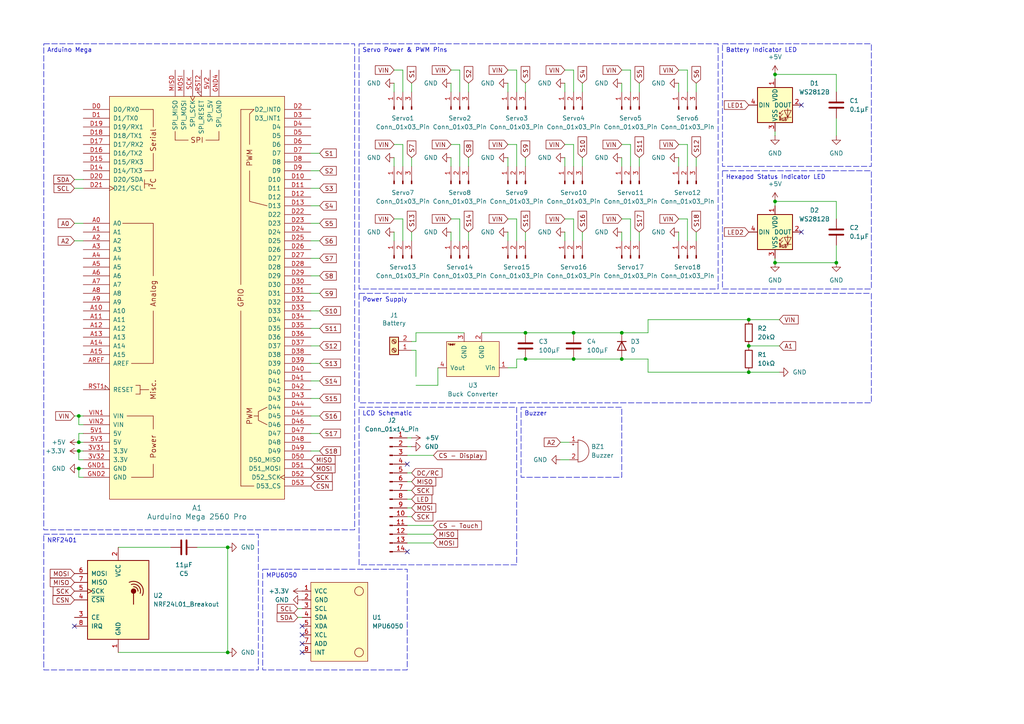
<source format=kicad_sch>
(kicad_sch (version 20231120) (generator "eeschema") (generator_version "8.0")
  (paper "A4")
  (title_block (title "Hexapod PCB V2"))
  (junction (at 22.86 130.81))
  (junction (at 22.86 128.27))
  (junction (at 242.57 76.2))
  (junction (at 180.34 96.52))
  (junction (at 22.86 120.65))
  (junction (at 152.4 104.14))
  (junction (at 224.79 76.2))
  (junction (at 166.37 104.14))
  (junction (at 217.17 107.95))
  (junction (at 217.17 100.33))
  (junction (at 166.37 96.52))
  (junction (at 152.4 96.52))
  (junction (at 217.17 92.71))
  (junction (at 224.79 58.42))
  (junction (at 66.04 189.23))
  (junction (at 180.34 104.14))
  (junction (at 224.79 21.59))
  (junction (at 66.04 158.75))
  (junction (at 22.86 135.89))
  (no_connect (at 87.63 184.15))
  (no_connect (at 232.41 30.48))
  (no_connect (at 118.11 160.02))
  (no_connect (at 232.41 67.31))
  (no_connect (at 21.59 181.61))
  (no_connect (at 118.11 134.62))
  (no_connect (at 87.63 189.23))
  (no_connect (at 87.63 186.69))
  (no_connect (at 87.63 181.61))
  (wire (pts (xy 130.81 24.13) (xy 130.81 26.67)))
  (wire (pts (xy 201.93 24.13) (xy 201.93 26.67)))
  (wire (pts (xy 66.04 189.23) (xy 66.04 158.75)))
  (wire (pts (xy 90.17 49.53) (xy 92.71 49.53)))
  (wire (pts (xy 90.17 100.33) (xy 92.71 100.33)))
  (wire (pts (xy 182.88 63.5) (xy 182.88 69.85)))
  (wire (pts (xy 119.38 144.78) (xy 118.11 144.78)))
  (wire (pts (xy 34.29 158.75) (xy 49.53 158.75)))
  (wire (pts (xy 116.84 41.91) (xy 116.84 48.26)))
  (wire (pts (xy 119.38 67.31) (xy 119.38 69.85)))
  (wire (pts (xy 199.39 20.32) (xy 199.39 26.67)))
  (wire (pts (xy 119.38 129.54) (xy 118.11 129.54)))
  (wire (pts (xy 199.39 41.91) (xy 199.39 48.26)))
  (wire (pts (xy 147.32 45.72) (xy 147.32 48.26)))
  (wire (pts (xy 90.17 74.93) (xy 92.71 74.93)))
  (wire (pts (xy 119.38 149.86) (xy 118.11 149.86)))
  (wire (pts (xy 90.17 85.09) (xy 92.71 85.09)))
  (wire (pts (xy 180.34 45.72) (xy 180.34 48.26)))
  (wire (pts (xy 163.83 41.91) (xy 166.37 41.91)))
  (wire (pts (xy 133.35 63.5) (xy 133.35 69.85)))
  (wire (pts (xy 21.59 69.85) (xy 24.13 69.85)))
  (wire (pts (xy 22.86 120.65) (xy 24.13 120.65)))
  (wire (pts (xy 180.34 67.31) (xy 180.34 69.85)))
  (wire (pts (xy 163.83 20.32) (xy 166.37 20.32)))
  (wire (pts (xy 130.81 45.72) (xy 130.81 48.26)))
  (wire (pts (xy 180.34 24.13) (xy 180.34 26.67)))
  (wire (pts (xy 119.38 24.13) (xy 119.38 26.67)))
  (wire (pts (xy 119.38 45.72) (xy 119.38 48.26)))
  (wire (pts (xy 120.65 99.06) (xy 120.65 96.52)))
  (wire (pts (xy 163.83 67.31) (xy 163.83 69.85)))
  (wire (pts (xy 86.36 179.07) (xy 87.63 179.07)))
  (wire (pts (xy 119.38 127) (xy 118.11 127)))
  (wire (pts (xy 90.17 90.17) (xy 92.71 90.17)))
  (wire (pts (xy 114.3 24.13) (xy 114.3 26.67)))
  (wire (pts (xy 152.4 24.13) (xy 152.4 26.67)))
  (wire (pts (xy 114.3 67.31) (xy 114.3 69.85)))
  (wire (pts (xy 119.38 139.7) (xy 118.11 139.7)))
  (wire (pts (xy 187.96 107.95) (xy 187.96 104.14)))
  (wire (pts (xy 149.86 63.5) (xy 149.86 69.85)))
  (wire (pts (xy 114.3 45.72) (xy 114.3 48.26)))
  (wire (pts (xy 187.96 96.52) (xy 180.34 96.52)))
  (wire (pts (xy 125.73 157.48) (xy 118.11 157.48)))
  (wire (pts (xy 21.59 54.61) (xy 24.13 54.61)))
  (wire (pts (xy 149.86 41.91) (xy 149.86 48.26)))
  (wire (pts (xy 22.86 125.73) (xy 22.86 128.27)))
  (wire (pts (xy 90.17 95.25) (xy 92.71 95.25)))
  (wire (pts (xy 242.57 39.37) (xy 242.57 34.29)))
  (wire (pts (xy 130.81 67.31) (xy 130.81 69.85)))
  (wire (pts (xy 114.3 41.91) (xy 116.84 41.91)))
  (wire (pts (xy 130.81 20.32) (xy 133.35 20.32)))
  (wire (pts (xy 135.89 67.31) (xy 135.89 69.85)))
  (wire (pts (xy 147.32 24.13) (xy 147.32 26.67)))
  (wire (pts (xy 168.91 24.13) (xy 168.91 26.67)))
  (wire (pts (xy 152.4 45.72) (xy 152.4 48.26)))
  (wire (pts (xy 147.32 63.5) (xy 149.86 63.5)))
  (wire (pts (xy 149.86 104.14) (xy 152.4 104.14)))
  (wire (pts (xy 162.56 128.27) (xy 165.1 128.27)))
  (wire (pts (xy 24.13 138.43) (xy 22.86 138.43)))
  (wire (pts (xy 135.89 45.72) (xy 135.89 48.26)))
  (wire (pts (xy 21.59 120.65) (xy 22.86 120.65)))
  (wire (pts (xy 168.91 67.31) (xy 168.91 69.85)))
  (wire (pts (xy 114.3 20.32) (xy 116.84 20.32)))
  (wire (pts (xy 163.83 63.5) (xy 166.37 63.5)))
  (wire (pts (xy 152.4 96.52) (xy 166.37 96.52)))
  (wire (pts (xy 90.17 54.61) (xy 92.71 54.61)))
  (wire (pts (xy 90.17 44.45) (xy 92.71 44.45)))
  (wire (pts (xy 22.86 135.89) (xy 24.13 135.89)))
  (wire (pts (xy 217.17 100.33) (xy 226.06 100.33)))
  (wire (pts (xy 180.34 41.91) (xy 182.88 41.91)))
  (wire (pts (xy 24.13 123.19) (xy 22.86 123.19)))
  (wire (pts (xy 21.59 52.07) (xy 24.13 52.07)))
  (wire (pts (xy 217.17 107.95) (xy 226.06 107.95)))
  (wire (pts (xy 135.89 24.13) (xy 135.89 26.67)))
  (wire (pts (xy 196.85 63.5) (xy 199.39 63.5)))
  (wire (pts (xy 116.84 63.5) (xy 116.84 69.85)))
  (wire (pts (xy 147.32 106.68) (xy 149.86 106.68)))
  (wire (pts (xy 182.88 41.91) (xy 182.88 48.26)))
  (wire (pts (xy 166.37 96.52) (xy 180.34 96.52)))
  (wire (pts (xy 120.65 101.6) (xy 119.38 101.6)))
  (wire (pts (xy 242.57 63.5) (xy 242.57 58.42)))
  (wire (pts (xy 168.91 45.72) (xy 168.91 48.26)))
  (wire (pts (xy 163.83 24.13) (xy 163.83 26.67)))
  (wire (pts (xy 86.36 176.53) (xy 87.63 176.53)))
  (wire (pts (xy 120.65 101.6) (xy 120.65 109.22)))
  (wire (pts (xy 90.17 110.49) (xy 92.71 110.49)))
  (wire (pts (xy 125.73 152.4) (xy 118.11 152.4)))
  (wire (pts (xy 147.32 67.31) (xy 147.32 69.85)))
  (wire (pts (xy 90.17 125.73) (xy 92.71 125.73)))
  (wire (pts (xy 22.86 135.89) (xy 22.86 138.43)))
  (wire (pts (xy 185.42 24.13) (xy 185.42 26.67)))
  (wire (pts (xy 163.83 45.72) (xy 163.83 48.26)))
  (wire (pts (xy 180.34 63.5) (xy 182.88 63.5)))
  (wire (pts (xy 196.85 20.32) (xy 199.39 20.32)))
  (wire (pts (xy 119.38 147.32) (xy 118.11 147.32)))
  (wire (pts (xy 24.13 125.73) (xy 22.86 125.73)))
  (wire (pts (xy 133.35 41.91) (xy 133.35 48.26)))
  (wire (pts (xy 90.17 80.01) (xy 92.71 80.01)))
  (wire (pts (xy 90.17 69.85) (xy 92.71 69.85)))
  (wire (pts (xy 22.86 123.19) (xy 22.86 120.65)))
  (wire (pts (xy 114.3 63.5) (xy 116.84 63.5)))
  (wire (pts (xy 21.59 64.77) (xy 24.13 64.77)))
  (wire (pts (xy 139.7 96.52) (xy 152.4 96.52)))
  (wire (pts (xy 152.4 104.14) (xy 166.37 104.14)))
  (wire (pts (xy 224.79 76.2) (xy 242.57 76.2)))
  (wire (pts (xy 196.85 24.13) (xy 196.85 26.67)))
  (wire (pts (xy 166.37 41.91) (xy 166.37 48.26)))
  (wire (pts (xy 120.65 111.76) (xy 127 111.76)))
  (wire (pts (xy 224.79 21.59) (xy 224.79 22.86)))
  (wire (pts (xy 187.96 92.71) (xy 217.17 92.71)))
  (wire (pts (xy 187.96 92.71) (xy 187.96 96.52)))
  (wire (pts (xy 187.96 107.95) (xy 217.17 107.95)))
  (wire (pts (xy 130.81 41.91) (xy 133.35 41.91)))
  (wire (pts (xy 22.86 130.81) (xy 24.13 130.81)))
  (wire (pts (xy 24.13 133.35) (xy 22.86 133.35)))
  (wire (pts (xy 90.17 64.77) (xy 92.71 64.77)))
  (wire (pts (xy 152.4 67.31) (xy 152.4 69.85)))
  (wire (pts (xy 224.79 39.37) (xy 224.79 38.1)))
  (wire (pts (xy 217.17 92.71) (xy 226.06 92.71)))
  (wire (pts (xy 22.86 133.35) (xy 22.86 130.81)))
  (wire (pts (xy 133.35 20.32) (xy 133.35 26.67)))
  (wire (pts (xy 57.15 158.75) (xy 66.04 158.75)))
  (wire (pts (xy 187.96 104.14) (xy 180.34 104.14)))
  (wire (pts (xy 196.85 41.91) (xy 199.39 41.91)))
  (wire (pts (xy 166.37 20.32) (xy 166.37 26.67)))
  (wire (pts (xy 90.17 130.81) (xy 92.71 130.81)))
  (wire (pts (xy 182.88 20.32) (xy 182.88 26.67)))
  (wire (pts (xy 22.86 128.27) (xy 24.13 128.27)))
  (wire (pts (xy 147.32 41.91) (xy 149.86 41.91)))
  (wire (pts (xy 162.56 133.35) (xy 165.1 133.35)))
  (wire (pts (xy 242.57 76.2) (xy 242.57 71.12)))
  (wire (pts (xy 149.86 20.32) (xy 149.86 26.67)))
  (wire (pts (xy 130.81 63.5) (xy 133.35 63.5)))
  (wire (pts (xy 119.38 142.24) (xy 118.11 142.24)))
  (wire (pts (xy 120.65 96.52) (xy 134.62 96.52)))
  (wire (pts (xy 224.79 58.42) (xy 224.79 59.69)))
  (wire (pts (xy 90.17 105.41) (xy 92.71 105.41)))
  (wire (pts (xy 90.17 59.69) (xy 92.71 59.69)))
  (wire (pts (xy 116.84 20.32) (xy 116.84 26.67)))
  (wire (pts (xy 224.79 21.59) (xy 242.57 21.59)))
  (wire (pts (xy 166.37 104.14) (xy 180.34 104.14)))
  (wire (pts (xy 180.34 20.32) (xy 182.88 20.32)))
  (wire (pts (xy 242.57 26.67) (xy 242.57 21.59)))
  (wire (pts (xy 149.86 104.14) (xy 149.86 106.68)))
  (wire (pts (xy 185.42 45.72) (xy 185.42 48.26)))
  (wire (pts (xy 224.79 58.42) (xy 242.57 58.42)))
  (wire (pts (xy 127 111.76) (xy 127 106.68)))
  (wire (pts (xy 201.93 67.31) (xy 201.93 69.85)))
  (wire (pts (xy 147.32 20.32) (xy 149.86 20.32)))
  (wire (pts (xy 90.17 120.65) (xy 92.71 120.65)))
  (wire (pts (xy 185.42 67.31) (xy 185.42 69.85)))
  (wire (pts (xy 224.79 76.2) (xy 224.79 74.93)))
  (wire (pts (xy 201.93 45.72) (xy 201.93 48.26)))
  (wire (pts (xy 125.73 132.08) (xy 118.11 132.08)))
  (wire (pts (xy 196.85 67.31) (xy 196.85 69.85)))
  (wire (pts (xy 199.39 63.5) (xy 199.39 69.85)))
  (wire (pts (xy 166.37 63.5) (xy 166.37 69.85)))
  (wire (pts (xy 196.85 45.72) (xy 196.85 48.26)))
  (wire (pts (xy 119.38 99.06) (xy 120.65 99.06)))
  (wire (pts (xy 90.17 115.57) (xy 92.71 115.57)))
  (wire (pts (xy 118.11 137.16) (xy 119.38 137.16)))
  (wire (pts (xy 34.29 189.23) (xy 66.04 189.23)))
  (wire (pts (xy 125.73 154.94) (xy 118.11 154.94)))
  (text_box "Battery Indicator LED" (at 209.55 12.7 0) (size 43.18 35.56) (stroke (width 0) (type dash)) (effects (font (size 1.27 1.27)) (justify left top)))
  (text_box "LCD Schematic" (at 104.14 118.11 0) (size 45.72 45.72) (stroke (width 0) (type dash)) (effects (font (size 1.27 1.27)) (justify left top)))
  (text_box "Power Supply" (at 104.14 85.09 0) (size 148.59 31.75) (stroke (width 0) (type dash)) (effects (font (size 1.27 1.27)) (justify left top)))
  (text_box "Arduino Mega\n" (at 12.7 12.7 0) (size 90.17 140.97) (stroke (width 0) (type dash)) (effects (font (size 1.27 1.27)) (justify left top)))
  (text_box "MPU6050" (at 76.2 165.1 0) (size 41.91 29.21) (stroke (width 0) (type dash)) (effects (font (size 1.27 1.27)) (justify left top)))
  (text_box "Hexapod Status Indicator LED\n" (at 209.55 49.53 0) (size 43.18 34.29) (stroke (width 0) (type dash)) (effects (font (size 1.27 1.27)) (justify left top)))
  (text_box "Buzzer\n" (at 151.13 118.11 0) (size 29.21 20.32) (stroke (width 0) (type dash)) (effects (font (size 1.27 1.27)) (justify left top)))
  (text_box "NRF2401" (at 12.7 154.94 0) (size 62.23 39.37) (stroke (width 0) (type dash)) (effects (font (size 1.27 1.27)) (justify left top)))
  (text_box "Servo Power & PWM Pins" (at 104.14 12.7 0) (size 104.14 71.12) (stroke (width 0) (type dash)) (effects (font (size 1.27 1.27)) (justify left top)))
  (global_label "MISO" (shape input) (at 90.17 133.35 0) (property "Intersheetrefs" "${INTERSHEET_REFS}" (effects (hide yes))))
  (global_label "VIN" (shape input) (at 180.34 41.91 180) (property "Intersheetrefs" "${INTERSHEET_REFS}" (effects (hide yes))))
  (global_label "S3" (shape input) (at 152.4 24.13 90) (property "Intersheetrefs" "${INTERSHEET_REFS}" (effects (hide yes))))
  (global_label "VIN" (shape input) (at 163.83 63.5 180) (property "Intersheetrefs" "${INTERSHEET_REFS}" (effects (hide yes))))
  (global_label "VIN" (shape input) (at 147.32 63.5 180) (property "Intersheetrefs" "${INTERSHEET_REFS}" (effects (hide yes))))
  (global_label "S1" (shape input) (at 119.38 24.13 90) (property "Intersheetrefs" "${INTERSHEET_REFS}" (effects (hide yes))))
  (global_label "VIN" (shape input) (at 114.3 20.32 180) (property "Intersheetrefs" "${INTERSHEET_REFS}" (effects (hide yes))))
  (global_label "MOSI" (shape input) (at 21.59 166.37 180) (property "Intersheetrefs" "${INTERSHEET_REFS}" (effects (hide yes))))
  (global_label "S9" (shape input) (at 152.4 45.72 90) (property "Intersheetrefs" "${INTERSHEET_REFS}" (effects (hide yes))))
  (global_label "S6" (shape input) (at 92.71 69.85 0) (property "Intersheetrefs" "${INTERSHEET_REFS}" (effects (hide yes))))
  (global_label "SCL" (shape input) (at 86.36 176.53 180) (property "Intersheetrefs" "${INTERSHEET_REFS}" (effects (hide yes))))
  (global_label "VIN" (shape input) (at 21.59 120.65 180) (property "Intersheetrefs" "${INTERSHEET_REFS}" (effects (hide yes))))
  (global_label "VIN" (shape input) (at 130.81 63.5 180) (property "Intersheetrefs" "${INTERSHEET_REFS}" (effects (hide yes))))
  (global_label "A2" (shape input) (at 162.56 128.27 180) (property "Intersheetrefs" "${INTERSHEET_REFS}" (effects (hide yes))))
  (global_label "MISO" (shape input) (at 21.59 168.91 180) (property "Intersheetrefs" "${INTERSHEET_REFS}" (effects (hide yes))))
  (global_label "S10" (shape input) (at 168.91 45.72 90) (property "Intersheetrefs" "${INTERSHEET_REFS}" (effects (hide yes))))
  (global_label "CSN" (shape input) (at 21.59 173.99 180) (property "Intersheetrefs" "${INTERSHEET_REFS}" (effects (hide yes))))
  (global_label "VIN" (shape input) (at 180.34 20.32 180) (property "Intersheetrefs" "${INTERSHEET_REFS}" (effects (hide yes))))
  (global_label "VIN" (shape input) (at 114.3 63.5 180) (property "Intersheetrefs" "${INTERSHEET_REFS}" (effects (hide yes))))
  (global_label "S1" (shape input) (at 92.71 44.45 0) (property "Intersheetrefs" "${INTERSHEET_REFS}" (effects (hide yes))))
  (global_label "S9" (shape input) (at 92.71 85.09 0) (property "Intersheetrefs" "${INTERSHEET_REFS}" (effects (hide yes))))
  (global_label "S8" (shape input) (at 92.71 80.01 0) (property "Intersheetrefs" "${INTERSHEET_REFS}" (effects (hide yes))))
  (global_label "S15" (shape input) (at 92.71 115.57 0) (property "Intersheetrefs" "${INTERSHEET_REFS}" (effects (hide yes))))
  (global_label "S13" (shape input) (at 92.71 105.41 0) (property "Intersheetrefs" "${INTERSHEET_REFS}" (effects (hide yes))))
  (global_label "S15" (shape input) (at 152.4 67.31 90) (property "Intersheetrefs" "${INTERSHEET_REFS}" (effects (hide yes))))
  (global_label "S7" (shape input) (at 92.71 74.93 0) (property "Intersheetrefs" "${INTERSHEET_REFS}" (effects (hide yes))))
  (global_label "S10" (shape input) (at 92.71 90.17 0) (property "Intersheetrefs" "${INTERSHEET_REFS}" (effects (hide yes))))
  (global_label "VIN" (shape input) (at 163.83 20.32 180) (property "Intersheetrefs" "${INTERSHEET_REFS}" (effects (hide yes))))
  (global_label "S7" (shape input) (at 119.38 45.72 90) (property "Intersheetrefs" "${INTERSHEET_REFS}" (effects (hide yes))))
  (global_label "S16" (shape input) (at 92.71 120.65 0) (property "Intersheetrefs" "${INTERSHEET_REFS}" (effects (hide yes))))
  (global_label "LED" (shape input) (at 119.38 144.78 0) (property "Intersheetrefs" "${INTERSHEET_REFS}" (effects (hide yes))))
  (global_label "S12" (shape input) (at 201.93 45.72 90) (property "Intersheetrefs" "${INTERSHEET_REFS}" (effects (hide yes))))
  (global_label "S2" (shape input) (at 92.71 49.53 0) (property "Intersheetrefs" "${INTERSHEET_REFS}" (effects (hide yes))))
  (global_label "A0" (shape input) (at 21.59 64.77 180) (property "Intersheetrefs" "${INTERSHEET_REFS}" (effects (hide yes))))
  (global_label "SCL" (shape input) (at 21.59 54.61 180) (property "Intersheetrefs" "${INTERSHEET_REFS}" (effects (hide yes))))
  (global_label "S12" (shape input) (at 92.71 100.33 0) (property "Intersheetrefs" "${INTERSHEET_REFS}" (effects (hide yes))))
  (global_label "S16" (shape input) (at 168.91 67.31 90) (property "Intersheetrefs" "${INTERSHEET_REFS}" (effects (hide yes))))
  (global_label "SDA" (shape input) (at 86.36 179.07 180) (property "Intersheetrefs" "${INTERSHEET_REFS}" (effects (hide yes))))
  (global_label "VIN" (shape input) (at 114.3 41.91 180) (property "Intersheetrefs" "${INTERSHEET_REFS}" (effects (hide yes))))
  (global_label "VIN" (shape input) (at 130.81 20.32 180) (property "Intersheetrefs" "${INTERSHEET_REFS}" (effects (hide yes))))
  (global_label "S4" (shape input) (at 168.91 24.13 90) (property "Intersheetrefs" "${INTERSHEET_REFS}" (effects (hide yes))))
  (global_label "S11" (shape input) (at 92.71 95.25 0) (property "Intersheetrefs" "${INTERSHEET_REFS}" (effects (hide yes))))
  (global_label "S11" (shape input) (at 185.42 45.72 90) (property "Intersheetrefs" "${INTERSHEET_REFS}" (effects (hide yes))))
  (global_label "VIN" (shape input) (at 147.32 20.32 180) (property "Intersheetrefs" "${INTERSHEET_REFS}" (effects (hide yes))))
  (global_label "SCK" (shape input) (at 119.38 149.86 0) (property "Intersheetrefs" "${INTERSHEET_REFS}" (effects (hide yes))))
  (global_label "VIN" (shape input) (at 163.83 41.91 180) (property "Intersheetrefs" "${INTERSHEET_REFS}" (effects (hide yes))))
  (global_label "CS - Display" (shape input) (at 125.73 132.08 0) (property "Intersheetrefs" "${INTERSHEET_REFS}" (effects (hide yes))))
  (global_label "CS - Touch" (shape input) (at 125.73 152.4 0) (property "Intersheetrefs" "${INTERSHEET_REFS}" (effects (hide yes))))
  (global_label "S5" (shape input) (at 92.71 64.77 0) (property "Intersheetrefs" "${INTERSHEET_REFS}" (effects (hide yes))))
  (global_label "A1" (shape input) (at 226.06 100.33 0) (property "Intersheetrefs" "${INTERSHEET_REFS}" (effects (hide yes))))
  (global_label "S13" (shape input) (at 119.38 67.31 90) (property "Intersheetrefs" "${INTERSHEET_REFS}" (effects (hide yes))))
  (global_label "VIN" (shape input) (at 130.81 41.91 180) (property "Intersheetrefs" "${INTERSHEET_REFS}" (effects (hide yes))))
  (global_label "VIN" (shape input) (at 196.85 20.32 180) (property "Intersheetrefs" "${INTERSHEET_REFS}" (effects (hide yes))))
  (global_label "S17" (shape input) (at 92.71 125.73 0) (property "Intersheetrefs" "${INTERSHEET_REFS}" (effects (hide yes))))
  (global_label "DC{slash}RC" (shape input) (at 119.38 137.16 0) (property "Intersheetrefs" "${INTERSHEET_REFS}" (effects (hide yes))))
  (global_label "MOSI" (shape input) (at 90.17 135.89 0) (property "Intersheetrefs" "${INTERSHEET_REFS}" (effects (hide yes))))
  (global_label "S5" (shape input) (at 185.42 24.13 90) (property "Intersheetrefs" "${INTERSHEET_REFS}" (effects (hide yes))))
  (global_label "SCK" (shape input) (at 119.38 142.24 0) (property "Intersheetrefs" "${INTERSHEET_REFS}" (effects (hide yes))))
  (global_label "VIN" (shape input) (at 196.85 63.5 180) (property "Intersheetrefs" "${INTERSHEET_REFS}" (effects (hide yes))))
  (global_label "MOSI" (shape input) (at 125.73 157.48 0) (property "Intersheetrefs" "${INTERSHEET_REFS}" (effects (hide yes))))
  (global_label "MISO" (shape input) (at 125.73 154.94 0) (property "Intersheetrefs" "${INTERSHEET_REFS}" (effects (hide yes))))
  (global_label "S6" (shape input) (at 201.93 24.13 90) (property "Intersheetrefs" "${INTERSHEET_REFS}" (effects (hide yes))))
  (global_label "A2" (shape input) (at 21.59 69.85 180) (property "Intersheetrefs" "${INTERSHEET_REFS}" (effects (hide yes))))
  (global_label "CSN" (shape input) (at 90.17 140.97 0) (property "Intersheetrefs" "${INTERSHEET_REFS}" (effects (hide yes))))
  (global_label "S18" (shape input) (at 92.71 130.81 0) (property "Intersheetrefs" "${INTERSHEET_REFS}" (effects (hide yes))))
  (global_label "SCK" (shape input) (at 21.59 171.45 180) (property "Intersheetrefs" "${INTERSHEET_REFS}" (effects (hide yes))))
  (global_label "LED1" (shape input) (at 217.17 30.48 180) (property "Intersheetrefs" "${INTERSHEET_REFS}" (effects (hide yes))))
  (global_label "S8" (shape input) (at 135.89 45.72 90) (property "Intersheetrefs" "${INTERSHEET_REFS}" (effects (hide yes))))
  (global_label "S18" (shape input) (at 201.93 67.31 90) (property "Intersheetrefs" "${INTERSHEET_REFS}" (effects (hide yes))))
  (global_label "SDA" (shape input) (at 21.59 52.07 180) (property "Intersheetrefs" "${INTERSHEET_REFS}" (effects (hide yes))))
  (global_label "MOSI" (shape input) (at 119.38 147.32 0) (property "Intersheetrefs" "${INTERSHEET_REFS}" (effects (hide yes))))
  (global_label "LED2" (shape input) (at 217.17 67.31 180) (property "Intersheetrefs" "${INTERSHEET_REFS}" (effects (hide yes))))
  (global_label "MISO" (shape input) (at 119.38 139.7 0) (property "Intersheetrefs" "${INTERSHEET_REFS}" (effects (hide yes))))
  (global_label "VIN" (shape input) (at 226.06 92.71 0) (property "Intersheetrefs" "${INTERSHEET_REFS}" (effects (hide yes))))
  (global_label "S17" (shape input) (at 185.42 67.31 90) (property "Intersheetrefs" "${INTERSHEET_REFS}" (effects (hide yes))))
  (global_label "S4" (shape input) (at 92.71 59.69 0) (property "Intersheetrefs" "${INTERSHEET_REFS}" (effects (hide yes))))
  (global_label "SCK" (shape input) (at 90.17 138.43 0) (property "Intersheetrefs" "${INTERSHEET_REFS}" (effects (hide yes))))
  (global_label "S2" (shape input) (at 135.89 24.13 90) (property "Intersheetrefs" "${INTERSHEET_REFS}" (effects (hide yes))))
  (global_label "VIN" (shape input) (at 147.32 41.91 180) (property "Intersheetrefs" "${INTERSHEET_REFS}" (effects (hide yes))))
  (global_label "VIN" (shape input) (at 196.85 41.91 180) (property "Intersheetrefs" "${INTERSHEET_REFS}" (effects (hide yes))))
  (global_label "S14" (shape input) (at 92.71 110.49 0) (property "Intersheetrefs" "${INTERSHEET_REFS}" (effects (hide yes))))
  (global_label "VIN" (shape input) (at 180.34 63.5 180) (property "Intersheetrefs" "${INTERSHEET_REFS}" (effects (hide yes))))
  (global_label "S3" (shape input) (at 92.71 54.61 0) (property "Intersheetrefs" "${INTERSHEET_REFS}" (effects (hide yes))))
  (global_label "S14" (shape input) (at 135.89 67.31 90) (property "Intersheetrefs" "${INTERSHEET_REFS}" (effects (hide yes))))
  (symbol (lib_id "power:GND") (at 66.04 158.75 90) (unit 1)
    (property "Reference" "#PWR042" (effects (hide yes)))
    (property "Value" "GND" (at 69.85 158.7499 90) (effects (justify right)))
    (property "Description" "Power symbol creates a global label with name \"GND\" , ground" (effects (hide yes)))
  )
  (symbol (lib_id "Connector:Conn_01x03_Pin") (at 199.39 53.34 90) (unit 1)
    (property "Reference" "Servo12" (at 199.39 55.88 90))
    (property "Value" "Conn_01x03_Pin" (at 199.39 58.42 90))
    (property "Footprint" "Connector_PinHeader_2.54mm:PinHeader_1x03_P2.54mm_Vertical" (effects (hide yes)))
    (property "Description" "Generic connector, single row, 01x03, script generated" (effects (hide yes)))
  )
  (symbol (lib_id "Connector:Conn_01x03_Pin") (at 116.84 31.75 90) (unit 1)
    (property "Reference" "Servo1" (at 116.84 34.29 90))
    (property "Value" "Conn_01x03_Pin" (at 116.84 36.83 90))
    (property "Footprint" "Connector_PinHeader_2.54mm:PinHeader_1x03_P2.54mm_Vertical" (effects (hide yes)))
    (property "Description" "Generic connector, single row, 01x03, script generated" (effects (hide yes)))
  )
  (symbol (lib_id "Connector:Conn_01x03_Pin") (at 116.84 74.93 90) (unit 1)
    (property "Reference" "Servo13" (at 116.84 77.47 90))
    (property "Value" "Conn_01x03_Pin" (at 116.84 80.01 90))
    (property "Footprint" "Connector_PinHeader_2.54mm:PinHeader_1x03_P2.54mm_Vertical" (effects (hide yes)))
    (property "Description" "Generic connector, single row, 01x03, script generated" (effects (hide yes)))
  )
  (symbol (lib_id "Device:C") (at 53.34 158.75 90) (mirror x) (unit 1)
    (property "Reference" "C5" (at 53.34 166.37 90))
    (property "Value" "11μF" (at 53.34 163.83 90))
    (property "Footprint" "Capacitor_THT:CP_Radial_D4.0mm_P1.50mm" (effects (hide yes)))
    (property "Description" "Unpolarized capacitor" (effects (hide yes)))
  )
  (symbol (lib_id "Breakout Sensors:module_mpu6050") (at 87.63 189.23 0) (unit 1)
    (property "Reference" "U1" (at 107.95 179.0699 0) (effects (justify left)))
    (property "Value" "MPU6050" (at 107.95 181.6099 0) (effects (justify left)))
    (property "Footprint" "usini_sensors:module_mpu6050" (effects (hide yes)))
  )
  (symbol (lib_id "power:GND") (at 162.56 133.35 270) (unit 1)
    (property "Reference" "#PWR011" (effects (hide yes)))
    (property "Value" "GND" (at 158.75 133.3499 90) (effects (justify right)))
    (property "Description" "Power symbol creates a global label with name \"GND\" , ground" (effects (hide yes)))
  )
  (symbol (lib_id "power:GND") (at 114.3 67.31 270) (unit 1)
    (property "Reference" "#PWR010" (effects (hide yes)))
    (property "Value" "GND" (at 110.49 67.3099 90) (effects (justify right)))
    (property "Description" "Power symbol creates a global label with name \"GND\" , ground" (effects (hide yes)))
  )
  (symbol (lib_id "Connector:Conn_01x03_Pin") (at 166.37 53.34 90) (unit 1)
    (property "Reference" "Servo10" (at 166.37 55.88 90))
    (property "Value" "Conn_01x03_Pin" (at 166.37 58.42 90))
    (property "Footprint" "Connector_PinHeader_2.54mm:PinHeader_1x03_P2.54mm_Vertical" (effects (hide yes)))
    (property "Description" "Generic connector, single row, 01x03, script generated" (effects (hide yes)))
  )
  (symbol (lib_id "Device:D") (at 180.34 100.33 270) (unit 1)
    (property "Reference" "D3" (at 182.88 99.0599 90) (effects (justify left)))
    (property "Value" "D" (at 182.88 101.5999 90) (effects (justify left)))
    (property "Footprint" "Diode_THT:D_5KP_P12.70mm_Horizontal" (effects (hide yes)))
    (property "Description" "Diode" (effects (hide yes)))
    (property "Sim.Device" "D" (effects (hide yes)))
    (property "Sim.Pins" "1=K 2=A" (effects (hide yes)))
  )
  (symbol (lib_id "LED:WS2812B") (at 224.79 30.48 0) (unit 1)
    (property "Reference" "D1" (at 236.22 24.1614 0))
    (property "Value" "WS2812B" (at 236.22 26.7014 0))
    (property "Footprint" "LED_SMD:LED_WS2812B_PLCC4_5.0x5.0mm_P3.2mm" (effects (hide yes)))
    (property "Datasheet" "https://cdn-shop.adafruit.com/datasheets/WS2812B.pdf" (effects (hide yes)))
    (property "Description" "RGB LED with integrated controller" (effects (hide yes)))
  )
  (symbol (lib_id "Connector:Screw_Terminal_01x02") (at 114.3 101.6 180) (unit 1)
    (property "Reference" "J1" (at 114.3 91.44 0))
    (property "Value" "Battery" (at 114.3 93.726 0))
    (property "Footprint" "TerminalBlock_Phoenix:TerminalBlock_Phoenix_MKDS-1,5-2-5.08_1x02_P5.08mm_Horizontal" (effects (hide yes)))
    (property "Description" "Generic screw terminal, single row, 01x02, script generated (kicad-library-utils/schlib/autogen/connector/)" (effects (hide yes)))
  )
  (symbol (lib_id "power:GND") (at 22.86 135.89 270) (unit 1)
    (property "Reference" "#PWR041" (effects (hide yes)))
    (property "Value" "GND" (at 19.05 135.8899 90) (effects (justify right)))
    (property "Description" "Power symbol creates a global label with name \"GND\" , ground" (effects (hide yes)))
  )
  (symbol (lib_id "Connector:Conn_01x03_Pin") (at 166.37 31.75 90) (unit 1)
    (property "Reference" "Servo4" (at 166.37 34.29 90))
    (property "Value" "Conn_01x03_Pin" (at 166.37 36.83 90))
    (property "Footprint" "Connector_PinHeader_2.54mm:PinHeader_1x03_P2.54mm_Vertical" (effects (hide yes)))
    (property "Description" "Generic connector, single row, 01x03, script generated" (effects (hide yes)))
  )
  (symbol (lib_id "Connector:Conn_01x03_Pin") (at 182.88 74.93 90) (unit 1)
    (property "Reference" "Servo17" (at 182.88 77.47 90))
    (property "Value" "Conn_01x03_Pin" (at 182.88 80.01 90))
    (property "Footprint" "Connector_PinHeader_2.54mm:PinHeader_1x03_P2.54mm_Vertical" (effects (hide yes)))
    (property "Description" "Generic connector, single row, 01x03, script generated" (effects (hide yes)))
  )
  (symbol (lib_id "power:+5V") (at 224.79 58.42 0) (unit 1)
    (property "Reference" "#PWR046" (effects (hide yes)))
    (property "Value" "+5V" (at 224.79 53.34 0))
    (property "Description" "Power symbol creates a global label with name \"+5V\"" (effects (hide yes)))
  )
  (symbol (lib_id "power:+5V") (at 224.79 21.59 0) (unit 1)
    (property "Reference" "#PWR044" (effects (hide yes)))
    (property "Value" "+5V" (at 224.79 16.51 0))
    (property "Description" "Power symbol creates a global label with name \"+5V\"" (effects (hide yes)))
  )
  (symbol (lib_id "power:GND") (at 66.04 189.23 90) (unit 1)
    (property "Reference" "#PWR043" (effects (hide yes)))
    (property "Value" "GND" (at 69.85 189.2299 90) (effects (justify right)))
    (property "Description" "Power symbol creates a global label with name \"GND\" , ground" (effects (hide yes)))
  )
  (symbol (lib_id "power:GND") (at 163.83 24.13 270) (unit 1)
    (property "Reference" "#PWR024" (effects (hide yes)))
    (property "Value" "GND" (at 160.02 24.1299 90) (effects (justify right)))
    (property "Description" "Power symbol creates a global label with name \"GND\" , ground" (effects (hide yes)))
  )
  (symbol (lib_id "Device:Buzzer") (at 167.64 130.81 0) (unit 1)
    (property "Reference" "BZ1" (at 171.45 129.5399 0) (effects (justify left)))
    (property "Value" "Buzzer" (at 171.45 132.0799 0) (effects (justify left)))
    (property "Description" "Buzzer, polarized" (effects (hide yes)))
  )
  (symbol (lib_id "power:GND") (at 180.34 24.13 270) (unit 1)
    (property "Reference" "#PWR030" (effects (hide yes)))
    (property "Value" "GND" (at 176.53 24.1299 90) (effects (justify right)))
    (property "Description" "Power symbol creates a global label with name \"GND\" , ground" (effects (hide yes)))
  )
  (symbol (lib_id "Device:R") (at 217.17 96.52 180) (unit 1)
    (property "Reference" "R2" (at 219.71 95.2499 0) (effects (justify right)))
    (property "Value" "20kΩ" (at 219.71 97.7899 0) (effects (justify right)))
    (property "Footprint" "Resistor_THT:R_Axial_DIN0207_L6.3mm_D2.5mm_P7.62mm_Horizontal" (effects (hide yes)))
    (property "Description" "Resistor" (effects (hide yes)))
  )
  (symbol (lib_id "Connector:Conn_01x03_Pin") (at 182.88 31.75 90) (unit 1)
    (property "Reference" "Servo5" (at 182.88 34.29 90))
    (property "Value" "Conn_01x03_Pin" (at 182.88 36.83 90))
    (property "Footprint" "Connector_PinHeader_2.54mm:PinHeader_1x03_P2.54mm_Vertical" (effects (hide yes)))
    (property "Description" "Generic connector, single row, 01x03, script generated" (effects (hide yes)))
  )
  (symbol (lib_id "power:GND") (at 147.32 45.72 270) (unit 1)
    (property "Reference" "#PWR020" (effects (hide yes)))
    (property "Value" "GND" (at 143.51 45.7199 90) (effects (justify right)))
    (property "Description" "Power symbol creates a global label with name \"GND\" , ground" (effects (hide yes)))
  )
  (symbol (lib_id "Connector:Conn_01x03_Pin") (at 133.35 74.93 90) (unit 1)
    (property "Reference" "Servo14" (at 133.35 77.47 90))
    (property "Value" "Conn_01x03_Pin" (at 133.35 80.01 90))
    (property "Footprint" "Connector_PinHeader_2.54mm:PinHeader_1x03_P2.54mm_Vertical" (effects (hide yes)))
    (property "Description" "Generic connector, single row, 01x03, script generated" (effects (hide yes)))
  )
  (symbol (lib_id "Connector:Conn_01x03_Pin") (at 166.37 74.93 90) (unit 1)
    (property "Reference" "Servo16" (at 166.37 77.47 90))
    (property "Value" "Conn_01x03_Pin" (at 166.37 80.01 90))
    (property "Footprint" "Connector_PinHeader_2.54mm:PinHeader_1x03_P2.54mm_Vertical" (effects (hide yes)))
    (property "Description" "Generic connector, single row, 01x03, script generated" (effects (hide yes)))
  )
  (symbol (lib_id "power:GND") (at 242.57 76.2 0) (unit 1)
    (property "Reference" "#PWR048" (effects (hide yes)))
    (property "Value" "GND" (at 242.57 81.28 0))
    (property "Description" "Power symbol creates a global label with name \"GND\" , ground" (effects (hide yes)))
  )
  (symbol (lib_id "power:GND") (at 87.63 173.99 270) (unit 1)
    (property "Reference" "#PWR04" (effects (hide yes)))
    (property "Value" "GND" (at 83.82 173.9899 90) (effects (justify right)))
    (property "Description" "Power symbol creates a global label with name \"GND\" , ground" (effects (hide yes)))
  )
  (symbol (lib_id "power:GND") (at 196.85 67.31 270) (unit 1)
    (property "Reference" "#PWR040" (effects (hide yes)))
    (property "Value" "GND" (at 193.04 67.3099 90) (effects (justify right)))
    (property "Description" "Power symbol creates a global label with name \"GND\" , ground" (effects (hide yes)))
  )
  (symbol (lib_id "Connector:Conn_01x14_Pin") (at 113.03 142.24 0) (unit 1)
    (property "Reference" "J2" (at 113.665 121.92 0))
    (property "Value" "Conn_01x14_Pin" (at 113.665 124.46 0))
    (property "Footprint" "Connector_PinSocket_2.54mm:PinSocket_1x14_P2.54mm_Vertical" (effects (hide yes)))
    (property "Description" "Generic connector, single row, 01x14, script generated" (effects (hide yes)))
  )
  (symbol (lib_id "power:+3.3V") (at 22.86 130.81 90) (unit 1)
    (property "Reference" "#PWR01" (effects (hide yes)))
    (property "Value" "+3.3V" (at 19.05 130.8099 90) (effects (justify left)))
    (property "Description" "Power symbol creates a global label with name \"+3.3V\"" (effects (hide yes)))
  )
  (symbol (lib_id "power:GND") (at 226.06 107.95 90) (unit 1)
    (property "Reference" "#PWR05" (effects (hide yes)))
    (property "Value" "GND" (at 229.87 107.9499 90) (effects (justify right)))
    (property "Description" "Power symbol creates a global label with name \"GND\" , ground" (effects (hide yes)))
  )
  (symbol (lib_id "power:GND") (at 114.3 24.13 270) (unit 1)
    (property "Reference" "#PWR06" (effects (hide yes)))
    (property "Value" "GND" (at 110.49 24.1299 90) (effects (justify right)))
    (property "Description" "Power symbol creates a global label with name \"GND\" , ground" (effects (hide yes)))
  )
  (symbol (lib_id "power:GND") (at 130.81 45.72 270) (unit 1)
    (property "Reference" "#PWR014" (effects (hide yes)))
    (property "Value" "GND" (at 127 45.7199 90) (effects (justify right)))
    (property "Description" "Power symbol creates a global label with name \"GND\" , ground" (effects (hide yes)))
  )
  (symbol (lib_id "power:GND") (at 180.34 45.72 270) (unit 1)
    (property "Reference" "#PWR032" (effects (hide yes)))
    (property "Value" "GND" (at 176.53 45.7199 90) (effects (justify right)))
    (property "Description" "Power symbol creates a global label with name \"GND\" , ground" (effects (hide yes)))
  )
  (symbol (lib_id "Connector:Conn_01x03_Pin") (at 149.86 31.75 90) (unit 1)
    (property "Reference" "Servo3" (at 149.86 34.29 90))
    (property "Value" "Conn_01x03_Pin" (at 149.86 36.83 90))
    (property "Footprint" "Connector_PinHeader_2.54mm:PinHeader_1x03_P2.54mm_Vertical" (effects (hide yes)))
    (property "Description" "Generic connector, single row, 01x03, script generated" (effects (hide yes)))
  )
  (symbol (lib_id "Connector:Conn_01x03_Pin") (at 149.86 74.93 90) (unit 1)
    (property "Reference" "Servo15" (at 149.86 77.47 90))
    (property "Value" "Conn_01x03_Pin" (at 149.86 80.01 90))
    (property "Footprint" "Connector_PinHeader_2.54mm:PinHeader_1x03_P2.54mm_Vertical" (effects (hide yes)))
    (property "Description" "Generic connector, single row, 01x03, script generated" (effects (hide yes)))
  )
  (symbol (lib_id "power:GND") (at 130.81 24.13 270) (unit 1)
    (property "Reference" "#PWR012" (effects (hide yes)))
    (property "Value" "GND" (at 127 24.1299 90) (effects (justify right)))
    (property "Description" "Power symbol creates a global label with name \"GND\" , ground" (effects (hide yes)))
  )
  (symbol (lib_id "Device:R") (at 217.17 104.14 0) (unit 1)
    (property "Reference" "R1" (at 219.71 102.8699 0) (effects (justify left)))
    (property "Value" "10kΩ" (at 219.71 105.4099 0) (effects (justify left)))
    (property "Footprint" "Resistor_THT:R_Axial_DIN0207_L6.3mm_D2.5mm_P7.62mm_Horizontal" (effects (hide yes)))
    (property "Description" "Resistor" (effects (hide yes)))
  )
  (symbol (lib_id "Connector:Conn_01x03_Pin") (at 199.39 74.93 90) (unit 1)
    (property "Reference" "Servo18" (at 199.39 77.47 90))
    (property "Value" "Conn_01x03_Pin" (at 199.39 80.01 90))
    (property "Footprint" "Connector_PinHeader_2.54mm:PinHeader_1x03_P2.54mm_Vertical" (effects (hide yes)))
    (property "Description" "Generic connector, single row, 01x03, script generated" (effects (hide yes)))
  )
  (symbol (lib_id "Connector:Conn_01x03_Pin") (at 133.35 31.75 90) (unit 1)
    (property "Reference" "Servo2" (at 133.35 34.29 90))
    (property "Value" "Conn_01x03_Pin" (at 133.35 36.83 90))
    (property "Footprint" "Connector_PinHeader_2.54mm:PinHeader_1x03_P2.54mm_Vertical" (effects (hide yes)))
    (property "Description" "Generic connector, single row, 01x03, script generated" (effects (hide yes)))
  )
  (symbol (lib_id "power:GND") (at 180.34 67.31 270) (unit 1)
    (property "Reference" "#PWR034" (effects (hide yes)))
    (property "Value" "GND" (at 176.53 67.3099 90) (effects (justify right)))
    (property "Description" "Power symbol creates a global label with name \"GND\" , ground" (effects (hide yes)))
  )
  (symbol (lib_id "Connector:Conn_01x03_Pin") (at 149.86 53.34 90) (unit 1)
    (property "Reference" "Servo9" (at 149.86 55.88 90))
    (property "Value" "Conn_01x03_Pin" (at 149.86 58.42 90))
    (property "Footprint" "Connector_PinHeader_2.54mm:PinHeader_1x03_P2.54mm_Vertical" (effects (hide yes)))
    (property "Description" "Generic connector, single row, 01x03, script generated" (effects (hide yes)))
  )
  (symbol (lib_id "Connector:Conn_01x03_Pin") (at 116.84 53.34 90) (unit 1)
    (property "Reference" "Servo7" (at 116.84 55.88 90))
    (property "Value" "Conn_01x03_Pin" (at 116.84 58.42 90))
    (property "Footprint" "Connector_PinHeader_2.54mm:PinHeader_1x03_P2.54mm_Vertical" (effects (hide yes)))
    (property "Description" "Generic connector, single row, 01x03, script generated" (effects (hide yes)))
  )
  (symbol (lib_id "power:GND") (at 147.32 24.13 270) (unit 1)
    (property "Reference" "#PWR018" (effects (hide yes)))
    (property "Value" "GND" (at 143.51 24.1299 90) (effects (justify right)))
    (property "Description" "Power symbol creates a global label with name \"GND\" , ground" (effects (hide yes)))
  )
  (symbol (lib_id "power:GND") (at 163.83 45.72 270) (unit 1)
    (property "Reference" "#PWR026" (effects (hide yes)))
    (property "Value" "GND" (at 160.02 45.7199 90) (effects (justify right)))
    (property "Description" "Power symbol creates a global label with name \"GND\" , ground" (effects (hide yes)))
  )
  (symbol (lib_id "power:GND") (at 163.83 67.31 270) (unit 1)
    (property "Reference" "#PWR028" (effects (hide yes)))
    (property "Value" "GND" (at 160.02 67.3099 90) (effects (justify right)))
    (property "Description" "Power symbol creates a global label with name \"GND\" , ground" (effects (hide yes)))
  )
  (symbol (lib_id "Device:C") (at 166.37 100.33 0) (unit 1)
    (property "Reference" "C4" (at 170.18 99.0599 0) (effects (justify left)))
    (property "Value" "100μF" (at 170.18 101.5999 0) (effects (justify left)))
    (property "Footprint" "Capacitor_THT:CP_Radial_D5.0mm_P2.50mm" (effects (hide yes)))
    (property "Description" "Unpolarized capacitor" (effects (hide yes)))
  )
  (symbol (lib_id "power:GND") (at 224.79 76.2 0) (unit 1)
    (property "Reference" "#PWR047" (effects (hide yes)))
    (property "Value" "GND" (at 224.79 81.28 0))
    (property "Description" "Power symbol creates a global label with name \"GND\" , ground" (effects (hide yes)))
  )
  (symbol (lib_id "power:GND") (at 130.81 67.31 270) (unit 1)
    (property "Reference" "#PWR016" (effects (hide yes)))
    (property "Value" "GND" (at 127 67.3099 90) (effects (justify right)))
    (property "Description" "Power symbol creates a global label with name \"GND\" , ground" (effects (hide yes)))
  )
  (symbol (lib_id "Device:C") (at 152.4 100.33 0) (unit 1)
    (property "Reference" "C3" (at 156.21 99.0599 0) (effects (justify left)))
    (property "Value" "100μF" (at 156.21 101.5999 0) (effects (justify left)))
    (property "Footprint" "Capacitor_THT:CP_Radial_D5.0mm_P2.50mm" (effects (hide yes)))
    (property "Description" "Unpolarized capacitor" (effects (hide yes)))
  )
  (symbol (lib_id "power:GND") (at 147.32 67.31 270) (unit 1)
    (property "Reference" "#PWR022" (effects (hide yes)))
    (property "Value" "GND" (at 143.51 67.3099 90) (effects (justify right)))
    (property "Description" "Power symbol creates a global label with name \"GND\" , ground" (effects (hide yes)))
  )
  (symbol (lib_id "power:+3.3V") (at 87.63 171.45 90) (unit 1)
    (property "Reference" "#PWR03" (effects (hide yes)))
    (property "Value" "+3.3V" (at 83.82 171.4499 90) (effects (justify left)))
    (property "Description" "Power symbol creates a global label with name \"+3.3V\"" (effects (hide yes)))
  )
  (symbol (lib_id "Nice Modules:YAAJ_DCDC_StepDown_LM2596") (at 137.16 104.14 180) (unit 1)
    (property "Reference" "U3" (at 137.16 111.76 0))
    (property "Value" "Buck Converter" (at 137.16 114.3 0))
    (property "Footprint" "usini_sensors:YAAJ_DCDC_StepDown_LM2596" (effects (hide yes)))
    (property "Description" "module : adjustable step down module 3.2V-40V to 1.25V-35V 3A" (effects (hide yes)))
  )
  (symbol (lib_id "Connector:Conn_01x03_Pin") (at 199.39 31.75 90) (unit 1)
    (property "Reference" "Servo6" (at 199.39 34.29 90))
    (property "Value" "Conn_01x03_Pin" (at 199.39 36.83 90))
    (property "Footprint" "Connector_PinHeader_2.54mm:PinHeader_1x03_P2.54mm_Vertical" (effects (hide yes)))
    (property "Description" "Generic connector, single row, 01x03, script generated" (effects (hide yes)))
  )
  (symbol (lib_id "power:+5V") (at 119.38 127 270) (unit 1)
    (property "Reference" "#PWR07" (effects (hide yes)))
    (property "Value" "+5V" (at 123.19 126.9999 90) (effects (justify left)))
    (property "Description" "Power symbol creates a global label with name \"+5V\"" (effects (hide yes)))
  )
  (symbol (lib_id "Arduino Library:Clone_Mega2560_Pro_Socket") (at 57.15 86.36 0) (unit 1)
    (property "Reference" "A1" (at 57.15 147.32 0) (effects (font (size 1.524 1.524))))
    (property "Value" "Aurduino Mega 2560 Pro" (at 57.15 149.86 0) (effects (font (size 1.524 1.524))))
    (property "Footprint" "Arduino Library:Clone_Mega2560_Pro_Socket" (effects (hide yes)))
    (property "Datasheet" "https://www.pcboard.ca/mega-2560-pro" (effects (hide yes)))
    (property "Description" "Socket for Common Unofficial Mega2560 Pro Clone" (effects (hide yes)))
  )
  (symbol (lib_id "RF:NRF24L01_Breakout") (at 34.29 173.99 0) (unit 1)
    (property "Reference" "U2" (at 44.45 172.7199 0) (effects (justify left)))
    (property "Value" "NRF24L01_Breakout" (at 44.45 175.2599 0) (effects (justify left)))
    (property "Footprint" "RF_Module:nRF24L01_Breakout" (effects (hide yes)))
    (property "Datasheet" "http://www.nordicsemi.com/eng/content/download/2730/34105/file/nRF24L01_Product_Specification_v2_0.pdf" (effects (hide yes)))
    (property "Description" "Ultra low power 2.4GHz RF Transceiver, Carrier PCB" (effects (hide yes)))
  )
  (symbol (lib_id "power:+5V") (at 22.86 128.27 90) (unit 1)
    (property "Reference" "#PWR02" (effects (hide yes)))
    (property "Value" "+5V" (at 19.05 128.2699 90) (effects (justify left)))
    (property "Description" "Power symbol creates a global label with name \"+5V\"" (effects (hide yes)))
  )
  (symbol (lib_id "power:GND") (at 196.85 24.13 270) (unit 1)
    (property "Reference" "#PWR036" (effects (hide yes)))
    (property "Value" "GND" (at 193.04 24.1299 90) (effects (justify right)))
    (property "Description" "Power symbol creates a global label with name \"GND\" , ground" (effects (hide yes)))
  )
  (symbol (lib_id "power:GND") (at 114.3 45.72 270) (unit 1)
    (property "Reference" "#PWR08" (effects (hide yes)))
    (property "Value" "GND" (at 110.49 45.7199 90) (effects (justify right)))
    (property "Description" "Power symbol creates a global label with name \"GND\" , ground" (effects (hide yes)))
  )
  (symbol (lib_id "Connector:Conn_01x03_Pin") (at 182.88 53.34 90) (unit 1)
    (property "Reference" "Servo11" (at 182.88 55.88 90))
    (property "Value" "Conn_01x03_Pin" (at 182.88 58.42 90))
    (property "Footprint" "Connector_PinHeader_2.54mm:PinHeader_1x03_P2.54mm_Vertical" (effects (hide yes)))
    (property "Description" "Generic connector, single row, 01x03, script generated" (effects (hide yes)))
  )
  (symbol (lib_id "Device:C") (at 242.57 30.48 0) (unit 1)
    (property "Reference" "C1" (at 246.38 29.2099 0) (effects (justify left)))
    (property "Value" "0.1μF" (at 246.38 31.7499 0) (effects (justify left)))
    (property "Footprint" "Capacitor_THT:CP_Radial_D4.0mm_P1.50mm" (effects (hide yes)))
    (property "Description" "Unpolarized capacitor" (effects (hide yes)))
  )
  (symbol (lib_id "power:GND") (at 196.85 45.72 270) (unit 1)
    (property "Reference" "#PWR038" (effects (hide yes)))
    (property "Value" "GND" (at 193.04 45.7199 90) (effects (justify right)))
    (property "Description" "Power symbol creates a global label with name \"GND\" , ground" (effects (hide yes)))
  )
  (symbol (lib_id "power:GND") (at 119.38 129.54 90) (unit 1)
    (property "Reference" "#PWR09" (effects (hide yes)))
    (property "Value" "GND" (at 123.19 129.5399 90) (effects (justify right)))
    (property "Description" "Power symbol creates a global label with name \"GND\" , ground" (effects (hide yes)))
  )
  (symbol (lib_id "power:GND") (at 224.79 39.37 0) (unit 1)
    (property "Reference" "#PWR045" (effects (hide yes)))
    (property "Value" "GND" (at 224.79 44.45 0))
    (property "Description" "Power symbol creates a global label with name \"GND\" , ground" (effects (hide yes)))
  )
  (symbol (lib_id "Device:C") (at 242.57 67.31 0) (unit 1)
    (property "Reference" "C2" (at 246.38 66.0399 0) (effects (justify left)))
    (property "Value" "0.1μF" (at 246.38 68.5799 0) (effects (justify left)))
    (property "Footprint" "Capacitor_THT:CP_Radial_D4.0mm_P1.50mm" (effects (hide yes)))
    (property "Description" "Unpolarized capacitor" (effects (hide yes)))
  )
  (symbol (lib_id "Connector:Conn_01x03_Pin") (at 133.35 53.34 90) (unit 1)
    (property "Reference" "Servo8" (at 133.35 55.88 90))
    (property "Value" "Conn_01x03_Pin" (at 133.35 58.42 90))
    (property "Footprint" "Connector_PinHeader_2.54mm:PinHeader_1x03_P2.54mm_Vertical" (effects (hide yes)))
    (property "Description" "Generic connector, single row, 01x03, script generated" (effects (hide yes)))
  )
  (symbol (lib_id "LED:WS2812B") (at 224.79 67.31 0) (unit 1)
    (property "Reference" "D2" (at 236.22 60.9914 0))
    (property "Value" "WS2812B" (at 236.22 63.5314 0))
    (property "Footprint" "LED_SMD:LED_WS2812B_PLCC4_5.0x5.0mm_P3.2mm" (effects (hide yes)))
    (property "Datasheet" "https://cdn-shop.adafruit.com/datasheets/WS2812B.pdf" (effects (hide yes)))
    (property "Description" "RGB LED with integrated controller" (effects (hide yes)))
  )
  (symbol (lib_id "power:GND") (at 242.57 39.37 0) (unit 1)
    (property "Reference" "#PWR049" (effects (hide yes)))
    (property "Value" "GND" (at 242.57 44.45 0))
    (property "Description" "Power symbol creates a global label with name \"GND\" , ground" (effects (hide yes)))
  )
)
</source>
